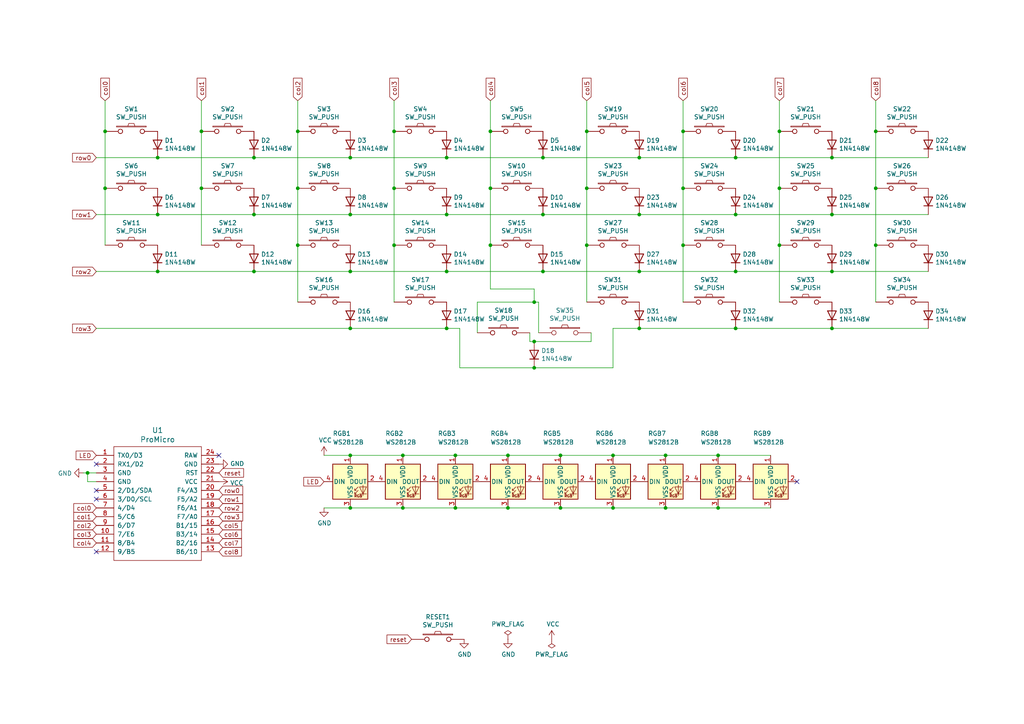
<source format=kicad_sch>
(kicad_sch (version 20230121) (generator eeschema)
  (paper "A4")
  (title_block (title "REVIUNG34") (date "2021-03-17") (rev "1"))
  (lib_symbols
    (symbol "Diode:1N4148W" (pin_numbers hide) (pin_names hide)
      (property "Reference" "D" (at 0 2.54 0))
      (property "Value" "1N4148W" (at 0 -2.54 0))
      (symbol "1N4148W_0_1"
        (polyline (pts (xy -1.27 1.27) (xy -1.27 -1.27)) (stroke (width 0.254)))
        (polyline (pts (xy 1.27 0) (xy -1.27 0)))
        (polyline (pts (xy 1.27 1.27) (xy 1.27 -1.27) (xy -1.27 0) (xy 1.27 1.27)) (stroke (width 0.254)))
      )
      (symbol "1N4148W_1_1"
        (pin passive line (at -3.81 0 0) (length 2.54) (name "K") (number "1"))
        (pin passive line (at 3.81 0 180) (length 2.54) (name "A") (number "2"))
      )
    )
    (symbol "LED:WS2812B" (pin_names (offset 0.254))
      (property "Reference" "D" (at 5.08 5.715 0))
      (property "Value" "WS2812B" (at 1.27 -5.715 0))
      (symbol "WS2812B_0_0"
        (text "RGB" (at 2.286 -4.191 0) (effects (font (size 0.762 0.762))))
      )
      (symbol "WS2812B_0_1"
        (polyline (pts (xy 1.27 -3.556) (xy 1.778 -3.556)))
        (polyline (pts (xy 1.27 -2.54) (xy 1.778 -2.54)))
        (polyline (pts (xy 4.699 -3.556) (xy 2.667 -3.556)))
        (polyline (pts (xy 2.286 -2.54) (xy 1.27 -3.556) (xy 1.27 -3.048)))
        (polyline (pts (xy 2.286 -1.524) (xy 1.27 -2.54) (xy 1.27 -2.032)))
        (polyline (pts (xy 3.683 -1.016) (xy 3.683 -3.556) (xy 3.683 -4.064)))
        (polyline (pts (xy 4.699 -1.524) (xy 2.667 -1.524) (xy 3.683 -3.556) (xy 4.699 -1.524)))
        (rectangle (start 5.08 5.08) (end -5.08 -5.08) (stroke (width 0.254)) (fill (type background)))
      )
      (symbol "WS2812B_1_1"
        (pin power_in line (at 0 7.62 270) (length 2.54) (name "VDD") (number "1"))
        (pin output line (at 7.62 0 180) (length 2.54) (name "DOUT") (number "2"))
        (pin power_in line (at 0 -7.62 90) (length 2.54) (name "VSS") (number "3"))
        (pin input line (at -7.62 0 0) (length 2.54) (name "DIN") (number "4"))
      )
    )
    (symbol "power:GND" (power) (pin_names (offset 0))
      (property "Value" "GND" (at 0 -3.81 0))
      (symbol "GND_0_1"
        (polyline (pts (xy 0 0) (xy 0 -1.27) (xy 1.27 -1.27) (xy 0 -2.54) (xy -1.27 -1.27) (xy 0 -1.27)))
      )
      (symbol "GND_1_1"
        (pin power_in line (at 0 0 270) (length 0) hide (name "GND") (number "1"))
      )
    )
    (symbol "power:PWR_FLAG" (power) (pin_numbers hide) (pin_names (offset 0) hide)
      (property "Value" "PWR_FLAG" (at 0 3.81 0))
      (symbol "PWR_FLAG_0_0"
        (pin power_out line (at 0 0 90) (length 0) (name "pwr") (number "1"))
      )
      (symbol "PWR_FLAG_0_1"
        (polyline (pts (xy 0 0) (xy 0 1.27) (xy -1.016 1.905) (xy 0 2.54) (xy 1.016 1.905) (xy 0 1.27)))
      )
    )
    (symbol "power:VCC" (power) (pin_names (offset 0))
      (property "Value" "VCC" (at 0 3.81 0))
      (symbol "VCC_0_1"
        (polyline (pts (xy -0.762 1.27) (xy 0 2.54)))
        (polyline (pts (xy 0 0) (xy 0 2.54)))
        (polyline (pts (xy 0 2.54) (xy 0.762 1.27)))
      )
      (symbol "VCC_1_1"
        (pin power_in line (at 0 0 90) (length 0) hide (name "VCC") (number "1"))
      )
    )
    (symbol "reviung34-rescue:ProMicro-_reviung-kbd" (pin_names (offset 1.016))
      (property "Reference" "U" (at 0 24.13 0))
      (property "Value" "_reviung-kbd_ProMicro" (at 0 -13.97 0))
      (symbol "ProMicro-_reviung-kbd_0_1"
        (rectangle (start -12.7 21.59) (end 12.7 -11.43))
      )
      (symbol "ProMicro-_reviung-kbd_1_1"
        (pin bidirectional line (at -17.78 19.05 0) (length 5.08) (name "TX0/D3") (number "1"))
        (pin bidirectional line (at -17.78 -3.81 0) (length 5.08) (name "7/E6") (number "10"))
        (pin bidirectional line (at -17.78 -6.35 0) (length 5.08) (name "8/B4") (number "11"))
        (pin bidirectional line (at -17.78 -8.89 0) (length 5.08) (name "9/B5") (number "12"))
        (pin bidirectional line (at 17.78 -8.89 180) (length 5.08) (name "B6/10") (number "13"))
        (pin bidirectional line (at 17.78 -6.35 180) (length 5.08) (name "B2/16") (number "14"))
        (pin bidirectional line (at 17.78 -3.81 180) (length 5.08) (name "B3/14") (number "15"))
        (pin bidirectional line (at 17.78 -1.27 180) (length 5.08) (name "B1/15") (number "16"))
        (pin bidirectional line (at 17.78 1.27 180) (length 5.08) (name "F7/A0") (number "17"))
        (pin bidirectional line (at 17.78 3.81 180) (length 5.08) (name "F6/A1") (number "18"))
        (pin bidirectional line (at 17.78 6.35 180) (length 5.08) (name "F5/A2") (number "19"))
        (pin bidirectional line (at -17.78 16.51 0) (length 5.08) (name "RX1/D2") (number "2"))
        (pin bidirectional line (at 17.78 8.89 180) (length 5.08) (name "F4/A3") (number "20"))
        (pin power_in line (at 17.78 11.43 180) (length 5.08) (name "VCC") (number "21"))
        (pin input line (at 17.78 13.97 180) (length 5.08) (name "RST") (number "22"))
        (pin power_in line (at 17.78 16.51 180) (length 5.08) (name "GND") (number "23"))
        (pin power_out line (at 17.78 19.05 180) (length 5.08) (name "RAW") (number "24"))
        (pin power_in line (at -17.78 13.97 0) (length 5.08) (name "GND") (number "3"))
        (pin power_in line (at -17.78 11.43 0) (length 5.08) (name "GND") (number "4"))
        (pin bidirectional line (at -17.78 8.89 0) (length 5.08) (name "2/D1/SDA") (number "5"))
        (pin bidirectional line (at -17.78 6.35 0) (length 5.08) (name "3/D0/SCL") (number "6"))
        (pin bidirectional line (at -17.78 3.81 0) (length 5.08) (name "4/D4") (number "7"))
        (pin bidirectional line (at -17.78 1.27 0) (length 5.08) (name "5/C6") (number "8"))
        (pin bidirectional line (at -17.78 -1.27 0) (length 5.08) (name "6/D7") (number "9"))
      )
    )
    (symbol "reviung34-rescue:SW_PUSH-_reviung-kbd" (pin_numbers hide) (pin_names (offset 1.016) hide)
      (property "Reference" "SW" (at 3.81 2.794 0))
      (property "Value" "_reviung-kbd_SW_PUSH" (at 0 -2.032 0))
      (symbol "SW_PUSH-_reviung-kbd_0_1"
        (rectangle (start -4.318 1.27) (end 4.318 1.524))
        (polyline (pts (xy -1.016 1.524) (xy -0.762 2.286) (xy 0.762 2.286) (xy 1.016 1.524)))
        (pin passive inverted (at -7.62 0 0) (length 5.08) (name "1") (number "1"))
        (pin passive inverted (at 7.62 0 180) (length 5.08) (name "2") (number "2"))
      )
    )
  )
  (junction (at 157.48 78.74))
  (junction (at 129.54 78.74))
  (junction (at 101.6 78.74))
  (junction (at 114.3 71.12))
  (junction (at 198.12 54.61))
  (junction (at 129.54 62.23))
  (junction (at 213.36 62.23))
  (junction (at 116.84 132.08))
  (junction (at 193.04 132.08))
  (junction (at 213.36 78.74))
  (junction (at 198.12 38.1))
  (junction (at 185.42 78.74))
  (junction (at 58.42 38.1))
  (junction (at 170.18 54.61))
  (junction (at 129.54 45.72))
  (junction (at 73.66 62.23))
  (junction (at 226.06 38.1))
  (junction (at 114.3 38.1))
  (junction (at 25.4 137.16))
  (junction (at 154.94 87.63))
  (junction (at 142.24 38.1))
  (junction (at 45.72 62.23))
  (junction (at 114.3 54.61))
  (junction (at 86.36 38.1))
  (junction (at 30.48 38.1))
  (junction (at 129.54 95.25))
  (junction (at 208.28 147.32))
  (junction (at 162.56 132.08))
  (junction (at 101.6 45.72))
  (junction (at 142.24 71.12))
  (junction (at 170.18 38.1))
  (junction (at 254 54.61))
  (junction (at 101.6 147.32))
  (junction (at 101.6 62.23))
  (junction (at 254 38.1))
  (junction (at 73.66 45.72))
  (junction (at 213.36 95.25))
  (junction (at 147.32 132.08))
  (junction (at 177.8 147.32))
  (junction (at 58.42 54.61))
  (junction (at 241.3 45.72))
  (junction (at 241.3 95.25))
  (junction (at 86.36 54.61))
  (junction (at 213.36 45.72))
  (junction (at 157.48 45.72))
  (junction (at 154.94 99.06))
  (junction (at 177.8 132.08))
  (junction (at 193.04 147.32))
  (junction (at 154.94 106.68))
  (junction (at 198.12 71.12))
  (junction (at 147.32 147.32))
  (junction (at 101.6 132.08))
  (junction (at 45.72 45.72))
  (junction (at 185.42 45.72))
  (junction (at 116.84 147.32))
  (junction (at 226.06 54.61))
  (junction (at 241.3 62.23))
  (junction (at 30.48 54.61))
  (junction (at 185.42 95.25))
  (junction (at 101.6 95.25))
  (junction (at 132.08 132.08))
  (junction (at 132.08 147.32))
  (junction (at 157.48 62.23))
  (junction (at 45.72 78.74))
  (junction (at 241.3 78.74))
  (junction (at 162.56 147.32))
  (junction (at 170.18 71.12))
  (junction (at 185.42 62.23))
  (junction (at 226.06 71.12))
  (junction (at 142.24 54.61))
  (junction (at 254 71.12))
  (junction (at 86.36 71.12))
  (junction (at 73.66 78.74))
  (junction (at 208.28 132.08))
  (no_connect (at 27.94 160.02))
  (no_connect (at 27.94 134.62))
  (no_connect (at 27.94 142.24))
  (no_connect (at 63.5 132.08))
  (no_connect (at 231.14 139.7))
  (no_connect (at 27.94 144.78))
  (wire (pts (xy 254 29.21) (xy 254 38.1)))
  (wire (pts (xy 226.06 38.1) (xy 226.06 54.61)))
  (wire (pts (xy 86.36 54.61) (xy 86.36 71.12)))
  (wire (pts (xy 133.35 95.25) (xy 129.54 95.25)))
  (wire (pts (xy 45.72 45.72) (xy 73.66 45.72)))
  (wire (pts (xy 208.28 132.08) (xy 193.04 132.08)))
  (wire (pts (xy 101.6 45.72) (xy 129.54 45.72)))
  (wire (pts (xy 213.36 78.74) (xy 241.3 78.74)))
  (wire (pts (xy 170.18 71.12) (xy 170.18 87.63)))
  (wire (pts (xy 223.52 147.32) (xy 208.28 147.32)))
  (wire (pts (xy 185.42 95.25) (xy 177.8 95.25)))
  (wire (pts (xy 142.24 71.12) (xy 142.24 83.82)))
  (wire (pts (xy 153.67 96.52) (xy 153.67 99.06)))
  (wire (pts (xy 30.48 29.21) (xy 30.48 38.1)))
  (wire (pts (xy 142.24 29.21) (xy 142.24 38.1)))
  (wire (pts (xy 86.36 29.21) (xy 86.36 38.1)))
  (wire (pts (xy 226.06 29.21) (xy 226.06 38.1)))
  (wire (pts (xy 226.06 54.61) (xy 226.06 71.12)))
  (wire (pts (xy 101.6 62.23) (xy 73.66 62.23)))
  (wire (pts (xy 142.24 38.1) (xy 142.24 54.61)))
  (wire (pts (xy 114.3 38.1) (xy 114.3 54.61)))
  (wire (pts (xy 185.42 45.72) (xy 213.36 45.72)))
  (wire (pts (xy 129.54 45.72) (xy 157.48 45.72)))
  (wire (pts (xy 142.24 54.61) (xy 142.24 71.12)))
  (wire (pts (xy 114.3 54.61) (xy 114.3 71.12)))
  (wire (pts (xy 170.18 38.1) (xy 170.18 54.61)))
  (wire (pts (xy 132.08 147.32) (xy 116.84 147.32)))
  (wire (pts (xy 213.36 45.72) (xy 241.3 45.72)))
  (wire (pts (xy 142.24 83.82) (xy 154.94 83.82)))
  (wire (pts (xy 198.12 38.1) (xy 198.12 54.61)))
  (wire (pts (xy 30.48 38.1) (xy 30.48 54.61)))
  (wire (pts (xy 157.48 45.72) (xy 185.42 45.72)))
  (wire (pts (xy 58.42 38.1) (xy 58.42 54.61)))
  (wire (pts (xy 156.21 87.63) (xy 156.21 96.52)))
  (wire (pts (xy 114.3 29.21) (xy 114.3 38.1)))
  (wire (pts (xy 226.06 71.12) (xy 226.06 87.63)))
  (wire (pts (xy 254 38.1) (xy 254 54.61)))
  (wire (pts (xy 25.4 137.16) (xy 24.13 137.16)))
  (wire (pts (xy 177.8 147.32) (xy 162.56 147.32)))
  (wire (pts (xy 241.3 45.72) (xy 269.24 45.72)))
  (wire (pts (xy 129.54 95.25) (xy 101.6 95.25)))
  (wire (pts (xy 241.3 95.25) (xy 213.36 95.25)))
  (wire (pts (xy 138.43 87.63) (xy 138.43 96.52)))
  (wire (pts (xy 193.04 132.08) (xy 177.8 132.08)))
  (wire (pts (xy 101.6 147.32) (xy 93.98 147.32)))
  (wire (pts (xy 171.45 99.06) (xy 154.94 99.06)))
  (wire (pts (xy 177.8 95.25) (xy 177.8 106.68)))
  (wire (pts (xy 114.3 71.12) (xy 114.3 87.63)))
  (wire (pts (xy 154.94 87.63) (xy 156.21 87.63)))
  (wire (pts (xy 193.04 147.32) (xy 177.8 147.32)))
  (wire (pts (xy 185.42 62.23) (xy 157.48 62.23)))
  (wire (pts (xy 269.24 62.23) (xy 241.3 62.23)))
  (wire (pts (xy 86.36 71.12) (xy 86.36 87.63)))
  (wire (pts (xy 73.66 78.74) (xy 101.6 78.74)))
  (wire (pts (xy 185.42 78.74) (xy 213.36 78.74)))
  (wire (pts (xy 198.12 54.61) (xy 198.12 71.12)))
  (wire (pts (xy 170.18 54.61) (xy 170.18 71.12)))
  (wire (pts (xy 101.6 78.74) (xy 129.54 78.74)))
  (wire (pts (xy 153.67 99.06) (xy 154.94 99.06)))
  (wire (pts (xy 58.42 54.61) (xy 58.42 71.12)))
  (wire (pts (xy 45.72 62.23) (xy 27.94 62.23)))
  (wire (pts (xy 208.28 147.32) (xy 193.04 147.32)))
  (wire (pts (xy 254 54.61) (xy 254 71.12)))
  (wire (pts (xy 198.12 71.12) (xy 198.12 87.63)))
  (wire (pts (xy 198.12 29.21) (xy 198.12 38.1)))
  (wire (pts (xy 27.94 139.7) (xy 25.4 139.7)))
  (wire (pts (xy 269.24 95.25) (xy 241.3 95.25)))
  (wire (pts (xy 177.8 106.68) (xy 154.94 106.68)))
  (wire (pts (xy 177.8 132.08) (xy 162.56 132.08)))
  (wire (pts (xy 170.18 29.21) (xy 170.18 38.1)))
  (wire (pts (xy 154.94 87.63) (xy 138.43 87.63)))
  (wire (pts (xy 129.54 78.74) (xy 157.48 78.74)))
  (wire (pts (xy 73.66 62.23) (xy 45.72 62.23)))
  (wire (pts (xy 129.54 62.23) (xy 101.6 62.23)))
  (wire (pts (xy 101.6 95.25) (xy 27.94 95.25)))
  (wire (pts (xy 147.32 147.32) (xy 132.08 147.32)))
  (wire (pts (xy 73.66 45.72) (xy 101.6 45.72)))
  (wire (pts (xy 101.6 132.08) (xy 93.98 132.08)))
  (wire (pts (xy 157.48 62.23) (xy 129.54 62.23)))
  (wire (pts (xy 45.72 78.74) (xy 73.66 78.74)))
  (wire (pts (xy 133.35 106.68) (xy 133.35 95.25)))
  (wire (pts (xy 27.94 137.16) (xy 25.4 137.16)))
  (wire (pts (xy 254 71.12) (xy 254 87.63)))
  (wire (pts (xy 223.52 132.08) (xy 208.28 132.08)))
  (wire (pts (xy 162.56 147.32) (xy 147.32 147.32)))
  (wire (pts (xy 132.08 132.08) (xy 116.84 132.08)))
  (wire (pts (xy 30.48 54.61) (xy 30.48 71.12)))
  (wire (pts (xy 27.94 78.74) (xy 45.72 78.74)))
  (wire (pts (xy 241.3 62.23) (xy 213.36 62.23)))
  (wire (pts (xy 154.94 106.68) (xy 133.35 106.68)))
  (wire (pts (xy 116.84 147.32) (xy 101.6 147.32)))
  (wire (pts (xy 213.36 62.23) (xy 185.42 62.23)))
  (wire (pts (xy 58.42 29.21) (xy 58.42 38.1)))
  (wire (pts (xy 241.3 78.74) (xy 269.24 78.74)))
  (wire (pts (xy 162.56 132.08) (xy 147.32 132.08)))
  (wire (pts (xy 25.4 139.7) (xy 25.4 137.16)))
  (wire (pts (xy 157.48 78.74) (xy 185.42 78.74)))
  (wire (pts (xy 154.94 83.82) (xy 154.94 87.63)))
  (wire (pts (xy 86.36 38.1) (xy 86.36 54.61)))
  (wire (pts (xy 27.94 45.72) (xy 45.72 45.72)))
  (wire (pts (xy 147.32 132.08) (xy 132.08 132.08)))
  (wire (pts (xy 213.36 95.25) (xy 185.42 95.25)))
  (wire (pts (xy 116.84 132.08) (xy 101.6 132.08)))
  (wire (pts (xy 171.45 96.52) (xy 171.45 99.06)))
  (global_label "col3" (shape input) (at 114.3 29.21 90) (property "Intersheetrefs" "${INTERSHEET_REFS}" (effects hide)))
  (global_label "col6" (shape input) (at 63.5 154.94 0) (property "Intersheetrefs" "${INTERSHEET_REFS}" (effects hide)))
  (global_label "LED" (shape input) (at 27.94 132.08 180) (property "Intersheetrefs" "${INTERSHEET_REFS}" (effects hide)))
  (global_label "col7" (shape input) (at 63.5 157.48 0) (property "Intersheetrefs" "${INTERSHEET_REFS}" (effects hide)))
  (global_label "row0" (shape input) (at 63.5 142.24 0) (property "Intersheetrefs" "${INTERSHEET_REFS}" (effects hide)))
  (global_label "row3" (shape input) (at 27.94 95.25 180) (property "Intersheetrefs" "${INTERSHEET_REFS}" (effects hide)))
  (global_label "row2" (shape input) (at 63.5 147.32 0) (property "Intersheetrefs" "${INTERSHEET_REFS}" (effects hide)))
  (global_label "LED" (shape input) (at 93.98 139.7 180) (property "Intersheetrefs" "${INTERSHEET_REFS}" (effects hide)))
  (global_label "col1" (shape input) (at 58.42 29.21 90) (property "Intersheetrefs" "${INTERSHEET_REFS}" (effects hide)))
  (global_label "reset" (shape input) (at 119.38 185.42 180) (property "Intersheetrefs" "${INTERSHEET_REFS}" (effects hide)))
  (global_label "col8" (shape input) (at 63.5 160.02 0) (property "Intersheetrefs" "${INTERSHEET_REFS}" (effects hide)))
  (global_label "col7" (shape input) (at 226.06 29.21 90) (property "Intersheetrefs" "${INTERSHEET_REFS}" (effects hide)))
  (global_label "col2" (shape input) (at 27.94 152.4 180) (property "Intersheetrefs" "${INTERSHEET_REFS}" (effects hide)))
  (global_label "col0" (shape input) (at 27.94 147.32 180) (property "Intersheetrefs" "${INTERSHEET_REFS}" (effects hide)))
  (global_label "col6" (shape input) (at 198.12 29.21 90) (property "Intersheetrefs" "${INTERSHEET_REFS}" (effects hide)))
  (global_label "col0" (shape input) (at 30.48 29.21 90) (property "Intersheetrefs" "${INTERSHEET_REFS}" (effects hide)))
  (global_label "reset" (shape input) (at 63.5 137.16 0) (property "Intersheetrefs" "${INTERSHEET_REFS}" (effects hide)))
  (global_label "col1" (shape input) (at 27.94 149.86 180) (property "Intersheetrefs" "${INTERSHEET_REFS}" (effects hide)))
  (global_label "row0" (shape input) (at 27.94 45.72 180) (property "Intersheetrefs" "${INTERSHEET_REFS}" (effects hide)))
  (global_label "col4" (shape input) (at 142.24 29.21 90) (property "Intersheetrefs" "${INTERSHEET_REFS}" (effects hide)))
  (global_label "row1" (shape input) (at 63.5 144.78 0) (property "Intersheetrefs" "${INTERSHEET_REFS}" (effects hide)))
  (global_label "row1" (shape input) (at 27.94 62.23 180) (property "Intersheetrefs" "${INTERSHEET_REFS}" (effects hide)))
  (global_label "col5" (shape input) (at 63.5 152.4 0) (property "Intersheetrefs" "${INTERSHEET_REFS}" (effects hide)))
  (global_label "col4" (shape input) (at 27.94 157.48 180) (property "Intersheetrefs" "${INTERSHEET_REFS}" (effects hide)))
  (global_label "row3" (shape input) (at 63.5 149.86 0) (property "Intersheetrefs" "${INTERSHEET_REFS}" (effects hide)))
  (global_label "col5" (shape input) (at 170.18 29.21 90) (property "Intersheetrefs" "${INTERSHEET_REFS}" (effects hide)))
  (global_label "col8" (shape input) (at 254 29.21 90) (property "Intersheetrefs" "${INTERSHEET_REFS}" (effects hide)))
  (global_label "col2" (shape input) (at 86.36 29.21 90) (property "Intersheetrefs" "${INTERSHEET_REFS}" (effects hide)))
  (global_label "col3" (shape input) (at 27.94 154.94 180) (property "Intersheetrefs" "${INTERSHEET_REFS}" (effects hide)))
  (global_label "row2" (shape input) (at 27.94 78.74 180) (property "Intersheetrefs" "${INTERSHEET_REFS}" (effects hide)))
  (symbol (lib_id "power:GND") (at 147.32 185.42 0) (unit 1)
    (property "Reference" "#PWR06" (effects hide))
    (property "Value" "GND" (at 147.447 189.8142 0))
  )
  (symbol (lib_id "power:PWR_FLAG") (at 147.32 185.42 0) (unit 1)
    (property "Reference" "#FLG01" (effects hide))
    (property "Value" "PWR_FLAG" (at 147.32 181.0258 0))
  )
  (symbol (lib_id "power:VCC") (at 160.02 185.42 0) (unit 1)
    (property "Reference" "#PWR07" (effects hide))
    (property "Value" "VCC" (at 160.401 181.0258 0))
  )
  (symbol (lib_id "power:PWR_FLAG") (at 160.02 185.42 180) (unit 1)
    (property "Reference" "#FLG02" (effects hide))
    (property "Value" "PWR_FLAG" (at 160.02 189.8142 0))
  )
  (symbol (lib_id "reviung34-rescue:ProMicro-_reviung-kbd") (at 45.72 151.13 0) (unit 1)
    (property "Reference" "U1" (at 45.72 124.7902 0) (effects (font (size 1.524 1.524))))
    (property "Value" "ProMicro" (at 45.72 127.4826 0) (effects (font (size 1.524 1.524))))
    (property "Footprint" "_reviung-kbd:ProMicro" (effects hide))
  )
  (symbol (lib_id "power:VCC") (at 63.5 139.7 270) (unit 1)
    (property "Reference" "#PWR05" (effects hide))
    (property "Value" "VCC" (at 66.7512 140.081 90) (effects (justify left)))
  )
  (symbol (lib_id "power:GND") (at 63.5 134.62 90) (unit 1)
    (property "Reference" "#PWR02" (effects hide))
    (property "Value" "GND" (at 66.7512 134.493 90) (effects (justify right)))
  )
  (symbol (lib_id "power:GND") (at 24.13 137.16 270) (unit 1)
    (property "Reference" "#PWR03" (effects hide))
    (property "Value" "GND" (at 20.8788 137.287 90) (effects (justify right)))
  )
  (symbol (lib_id "reviung34-rescue:SW_PUSH-_reviung-kbd") (at 127 185.42 0) (unit 1)
    (property "Reference" "RESET1" (at 127 178.943 0))
    (property "Value" "SW_PUSH" (at 127 181.2544 0))
    (property "Footprint" "_reviung-kbd:ResetSW_1side" (effects hide))
  )
  (symbol (lib_id "power:GND") (at 134.62 185.42 0) (unit 1)
    (property "Reference" "#PWR08" (effects hide))
    (property "Value" "GND" (at 134.747 189.8142 0))
  )
  (symbol (lib_id "LED:WS2812B") (at 101.6 139.7 0) (unit 1)
    (property "Reference" "RGB1" (at 96.52 125.73 0) (effects (justify left)))
    (property "Value" "WS2812B" (at 96.52 128.27 0) (effects (justify left)))
    (property "Footprint" "_reviung-kbd:LED_WS2812B_PLCC4_5.0x5.0mm_P3.2mm" (effects hide))
    (property "Datasheet" "https://cdn-shop.adafruit.com/datasheets/WS2812B.pdf" (effects hide))
  )
  (symbol (lib_id "LED:WS2812B") (at 116.84 139.7 0) (unit 1)
    (property "Reference" "RGB2" (at 111.76 125.73 0) (effects (justify left)))
    (property "Value" "WS2812B" (at 111.76 128.27 0) (effects (justify left)))
    (property "Footprint" "_reviung-kbd:LED_WS2812B_PLCC4_5.0x5.0mm_P3.2mm" (effects hide))
    (property "Datasheet" "https://cdn-shop.adafruit.com/datasheets/WS2812B.pdf" (effects hide))
  )
  (symbol (lib_id "LED:WS2812B") (at 132.08 139.7 0) (unit 1)
    (property "Reference" "RGB3" (at 127 125.73 0) (effects (justify left)))
    (property "Value" "WS2812B" (at 127 128.27 0) (effects (justify left)))
    (property "Footprint" "_reviung-kbd:LED_WS2812B_PLCC4_5.0x5.0mm_P3.2mm" (effects hide))
    (property "Datasheet" "https://cdn-shop.adafruit.com/datasheets/WS2812B.pdf" (effects hide))
  )
  (symbol (lib_id "LED:WS2812B") (at 147.32 139.7 0) (unit 1)
    (property "Reference" "RGB4" (at 142.24 125.73 0) (effects (justify left)))
    (property "Value" "WS2812B" (at 142.24 128.27 0) (effects (justify left)))
    (property "Footprint" "_reviung-kbd:LED_WS2812B_PLCC4_5.0x5.0mm_P3.2mm" (effects hide))
    (property "Datasheet" "https://cdn-shop.adafruit.com/datasheets/WS2812B.pdf" (effects hide))
  )
  (symbol (lib_id "LED:WS2812B") (at 162.56 139.7 0) (unit 1)
    (property "Reference" "RGB5" (at 157.48 125.73 0) (effects (justify left)))
    (property "Value" "WS2812B" (at 157.48 128.27 0) (effects (justify left)))
    (property "Footprint" "_reviung-kbd:LED_WS2812B_PLCC4_5.0x5.0mm_P3.2mm" (effects hide))
    (property "Datasheet" "https://cdn-shop.adafruit.com/datasheets/WS2812B.pdf" (effects hide))
  )
  (symbol (lib_id "LED:WS2812B") (at 177.8 139.7 0) (unit 1)
    (property "Reference" "RGB6" (at 172.72 125.73 0) (effects (justify left)))
    (property "Value" "WS2812B" (at 172.72 128.27 0) (effects (justify left)))
    (property "Footprint" "_reviung-kbd:LED_WS2812B_PLCC4_5.0x5.0mm_P3.2mm" (effects hide))
    (property "Datasheet" "https://cdn-shop.adafruit.com/datasheets/WS2812B.pdf" (effects hide))
  )
  (symbol (lib_id "LED:WS2812B") (at 193.04 139.7 0) (unit 1)
    (property "Reference" "RGB7" (at 187.96 125.73 0) (effects (justify left)))
    (property "Value" "WS2812B" (at 187.96 128.27 0) (effects (justify left)))
    (property "Footprint" "_reviung-kbd:LED_WS2812B_PLCC4_5.0x5.0mm_P3.2mm" (effects hide))
    (property "Datasheet" "https://cdn-shop.adafruit.com/datasheets/WS2812B.pdf" (effects hide))
  )
  (symbol (lib_id "LED:WS2812B") (at 208.28 139.7 0) (unit 1)
    (property "Reference" "RGB8" (at 203.2 125.73 0) (effects (justify left)))
    (property "Value" "WS2812B" (at 203.2 128.27 0) (effects (justify left)))
    (property "Footprint" "_reviung-kbd:LED_WS2812B_PLCC4_5.0x5.0mm_P3.2mm" (effects hide))
    (property "Datasheet" "https://cdn-shop.adafruit.com/datasheets/WS2812B.pdf" (effects hide))
  )
  (symbol (lib_id "LED:WS2812B") (at 223.52 139.7 0) (unit 1)
    (property "Reference" "RGB9" (at 218.44 125.73 0) (effects (justify left)))
    (property "Value" "WS2812B" (at 218.44 128.27 0) (effects (justify left)))
    (property "Footprint" "_reviung-kbd:LED_WS2812B_PLCC4_5.0x5.0mm_P3.2mm" (effects hide))
    (property "Datasheet" "https://cdn-shop.adafruit.com/datasheets/WS2812B.pdf" (effects hide))
  )
  (symbol (lib_id "power:VCC") (at 93.98 132.08 0) (unit 1)
    (property "Reference" "#PWR01" (effects hide))
    (property "Value" "VCC" (at 94.361 127.6858 0))
  )
  (symbol (lib_id "power:GND") (at 93.98 147.32 0) (unit 1)
    (property "Reference" "#PWR04" (effects hide))
    (property "Value" "GND" (at 94.107 151.7142 0))
  )
  (symbol (lib_id "reviung34-rescue:SW_PUSH-_reviung-kbd") (at 38.1 38.1 0) (unit 1)
    (property "Reference" "SW1" (at 38.1 31.623 0))
    (property "Value" "SW_PUSH" (at 38.1 33.9344 0))
    (property "Footprint" "_reviung-kbd:MXOnly-1U-NoLED" (effects hide))
  )
  (symbol (lib_id "Diode:1N4148W") (at 45.72 41.91 90) (unit 1)
    (property "Reference" "D1" (at 47.752 40.7416 90) (effects (justify right)))
    (property "Value" "1N4148W" (at 47.752 43.053 90) (effects (justify right)))
    (property "Footprint" "_reviung-kbd:D3_SMD_1side" (effects hide))
    (property "Datasheet" "https://www.vishay.com/docs/85748/1n4148w.pdf" (effects hide))
  )
  (symbol (lib_id "reviung34-rescue:SW_PUSH-_reviung-kbd") (at 38.1 54.61 0) (unit 1)
    (property "Reference" "SW6" (at 38.1 48.133 0))
    (property "Value" "SW_PUSH" (at 38.1 50.4444 0))
    (property "Footprint" "_reviung-kbd:MXOnly-1U-NoLED" (effects hide))
  )
  (symbol (lib_id "Diode:1N4148W") (at 45.72 58.42 90) (unit 1)
    (property "Reference" "D6" (at 47.752 57.2516 90) (effects (justify right)))
    (property "Value" "1N4148W" (at 47.752 59.563 90) (effects (justify right)))
    (property "Footprint" "_reviung-kbd:D3_SMD_1side" (effects hide))
    (property "Datasheet" "https://www.vishay.com/docs/85748/1n4148w.pdf" (effects hide))
  )
  (symbol (lib_id "reviung34-rescue:SW_PUSH-_reviung-kbd") (at 38.1 71.12 0) (unit 1)
    (property "Reference" "SW11" (at 38.1 64.643 0))
    (property "Value" "SW_PUSH" (at 38.1 66.9544 0))
    (property "Footprint" "_reviung-kbd:MXOnly-1U-NoLED" (effects hide))
  )
  (symbol (lib_id "Diode:1N4148W") (at 45.72 74.93 90) (unit 1)
    (property "Reference" "D11" (at 47.752 73.7616 90) (effects (justify right)))
    (property "Value" "1N4148W" (at 47.752 76.073 90) (effects (justify right)))
    (property "Footprint" "_reviung-kbd:D3_SMD_1side" (effects hide))
    (property "Datasheet" "https://www.vishay.com/docs/85748/1n4148w.pdf" (effects hide))
  )
  (symbol (lib_id "reviung34-rescue:SW_PUSH-_reviung-kbd") (at 66.04 38.1 0) (unit 1)
    (property "Reference" "SW2" (at 66.04 31.623 0))
    (property "Value" "SW_PUSH" (at 66.04 33.9344 0))
    (property "Footprint" "_reviung-kbd:MXOnly-1U-NoLED" (effects hide))
  )
  (symbol (lib_id "Diode:1N4148W") (at 73.66 41.91 90) (unit 1)
    (property "Reference" "D2" (at 75.692 40.7416 90) (effects (justify right)))
    (property "Value" "1N4148W" (at 75.692 43.053 90) (effects (justify right)))
    (property "Footprint" "_reviung-kbd:D3_SMD_1side" (effects hide))
    (property "Datasheet" "https://www.vishay.com/docs/85748/1n4148w.pdf" (effects hide))
  )
  (symbol (lib_id "reviung34-rescue:SW_PUSH-_reviung-kbd") (at 66.04 54.61 0) (unit 1)
    (property "Reference" "SW7" (at 66.04 48.133 0))
    (property "Value" "SW_PUSH" (at 66.04 50.4444 0))
    (property "Footprint" "_reviung-kbd:MXOnly-1U-NoLED" (effects hide))
  )
  (symbol (lib_id "Diode:1N4148W") (at 73.66 58.42 90) (unit 1)
    (property "Reference" "D7" (at 75.692 57.2516 90) (effects (justify right)))
    (property "Value" "1N4148W" (at 75.692 59.563 90) (effects (justify right)))
    (property "Footprint" "_reviung-kbd:D3_SMD_1side" (effects hide))
    (property "Datasheet" "https://www.vishay.com/docs/85748/1n4148w.pdf" (effects hide))
  )
  (symbol (lib_id "reviung34-rescue:SW_PUSH-_reviung-kbd") (at 66.04 71.12 0) (unit 1)
    (property "Reference" "SW12" (at 66.04 64.643 0))
    (property "Value" "SW_PUSH" (at 66.04 66.9544 0))
    (property "Footprint" "_reviung-kbd:MXOnly-1U-NoLED" (effects hide))
  )
  (symbol (lib_id "Diode:1N4148W") (at 73.66 74.93 90) (unit 1)
    (property "Reference" "D12" (at 75.692 73.7616 90) (effects (justify right)))
    (property "Value" "1N4148W" (at 75.692 76.073 90) (effects (justify right)))
    (property "Footprint" "_reviung-kbd:D3_SMD_1side" (effects hide))
    (property "Datasheet" "https://www.vishay.com/docs/85748/1n4148w.pdf" (effects hide))
  )
  (symbol (lib_id "reviung34-rescue:SW_PUSH-_reviung-kbd") (at 93.98 38.1 0) (unit 1)
    (property "Reference" "SW3" (at 93.98 31.623 0))
    (property "Value" "SW_PUSH" (at 93.98 33.9344 0))
    (property "Footprint" "_reviung-kbd:MXOnly-1U-NoLED" (effects hide))
  )
  (symbol (lib_id "Diode:1N4148W") (at 101.6 41.91 90) (unit 1)
    (property "Reference" "D3" (at 103.632 40.7416 90) (effects (justify right)))
    (property "Value" "1N4148W" (at 103.632 43.053 90) (effects (justify right)))
    (property "Footprint" "_reviung-kbd:D3_SMD_1side" (effects hide))
    (property "Datasheet" "https://www.vishay.com/docs/85748/1n4148w.pdf" (effects hide))
  )
  (symbol (lib_id "reviung34-rescue:SW_PUSH-_reviung-kbd") (at 93.98 54.61 0) (unit 1)
    (property "Reference" "SW8" (at 93.98 48.133 0))
    (property "Value" "SW_PUSH" (at 93.98 50.4444 0))
    (property "Footprint" "_reviung-kbd:MXOnly-1U-NoLED" (effects hide))
  )
  (symbol (lib_id "Diode:1N4148W") (at 101.6 58.42 90) (unit 1)
    (property "Reference" "D8" (at 103.632 57.2516 90) (effects (justify right)))
    (property "Value" "1N4148W" (at 103.632 59.563 90) (effects (justify right)))
    (property "Footprint" "_reviung-kbd:D3_SMD_1side" (effects hide))
    (property "Datasheet" "https://www.vishay.com/docs/85748/1n4148w.pdf" (effects hide))
  )
  (symbol (lib_id "reviung34-rescue:SW_PUSH-_reviung-kbd") (at 93.98 71.12 0) (unit 1)
    (property "Reference" "SW13" (at 93.98 64.643 0))
    (property "Value" "SW_PUSH" (at 93.98 66.9544 0))
    (property "Footprint" "_reviung-kbd:MXOnly-1U-NoLED" (effects hide))
  )
  (symbol (lib_id "Diode:1N4148W") (at 101.6 74.93 90) (unit 1)
    (property "Reference" "D13" (at 103.632 73.7616 90) (effects (justify right)))
    (property "Value" "1N4148W" (at 103.632 76.073 90) (effects (justify right)))
    (property "Footprint" "_reviung-kbd:D3_SMD_1side" (effects hide))
    (property "Datasheet" "https://www.vishay.com/docs/85748/1n4148w.pdf" (effects hide))
  )
  (symbol (lib_id "reviung34-rescue:SW_PUSH-_reviung-kbd") (at 121.92 38.1 0) (unit 1)
    (property "Reference" "SW4" (at 121.92 31.623 0))
    (property "Value" "SW_PUSH" (at 121.92 33.9344 0))
    (property "Footprint" "_reviung-kbd:MXOnly-1U-NoLED" (effects hide))
  )
  (symbol (lib_id "Diode:1N4148W") (at 129.54 41.91 90) (unit 1)
    (property "Reference" "D4" (at 131.572 40.7416 90) (effects (justify right)))
    (property "Value" "1N4148W" (at 131.572 43.053 90) (effects (justify right)))
    (property "Footprint" "_reviung-kbd:D3_SMD_1side" (effects hide))
    (property "Datasheet" "https://www.vishay.com/docs/85748/1n4148w.pdf" (effects hide))
  )
  (symbol (lib_id "reviung34-rescue:SW_PUSH-_reviung-kbd") (at 121.92 54.61 0) (unit 1)
    (property "Reference" "SW9" (at 121.92 48.133 0))
    (property "Value" "SW_PUSH" (at 121.92 50.4444 0))
    (property "Footprint" "_reviung-kbd:MXOnly-1U-NoLED" (effects hide))
  )
  (symbol (lib_id "Diode:1N4148W") (at 129.54 58.42 90) (unit 1)
    (property "Reference" "D9" (at 131.572 57.2516 90) (effects (justify right)))
    (property "Value" "1N4148W" (at 131.572 59.563 90) (effects (justify right)))
    (property "Footprint" "_reviung-kbd:D3_SMD_1side" (effects hide))
    (property "Datasheet" "https://www.vishay.com/docs/85748/1n4148w.pdf" (effects hide))
  )
  (symbol (lib_id "reviung34-rescue:SW_PUSH-_reviung-kbd") (at 121.92 71.12 0) (unit 1)
    (property "Reference" "SW14" (at 121.92 64.643 0))
    (property "Value" "SW_PUSH" (at 121.92 66.9544 0))
    (property "Footprint" "_reviung-kbd:MXOnly-1U-NoLED" (effects hide))
  )
  (symbol (lib_id "Diode:1N4148W") (at 129.54 74.93 90) (unit 1)
    (property "Reference" "D14" (at 131.572 73.7616 90) (effects (justify right)))
    (property "Value" "1N4148W" (at 131.572 76.073 90) (effects (justify right)))
    (property "Footprint" "_reviung-kbd:D3_SMD_1side" (effects hide))
    (property "Datasheet" "https://www.vishay.com/docs/85748/1n4148w.pdf" (effects hide))
  )
  (symbol (lib_id "reviung34-rescue:SW_PUSH-_reviung-kbd") (at 149.86 38.1 0) (unit 1)
    (property "Reference" "SW5" (at 149.86 31.623 0))
    (property "Value" "SW_PUSH" (at 149.86 33.9344 0))
    (property "Footprint" "_reviung-kbd:MXOnly-1U-NoLED" (effects hide))
  )
  (symbol (lib_id "Diode:1N4148W") (at 157.48 41.91 90) (unit 1)
    (property "Reference" "D5" (at 159.512 40.7416 90) (effects (justify right)))
    (property "Value" "1N4148W" (at 159.512 43.053 90) (effects (justify right)))
    (property "Footprint" "_reviung-kbd:D3_SMD_1side" (effects hide))
    (property "Datasheet" "https://www.vishay.com/docs/85748/1n4148w.pdf" (effects hide))
  )
  (symbol (lib_id "reviung34-rescue:SW_PUSH-_reviung-kbd") (at 149.86 54.61 0) (unit 1)
    (property "Reference" "SW10" (at 149.86 48.133 0))
    (property "Value" "SW_PUSH" (at 149.86 50.4444 0))
    (property "Footprint" "_reviung-kbd:MXOnly-1U-NoLED" (effects hide))
  )
  (symbol (lib_id "Diode:1N4148W") (at 157.48 58.42 90) (unit 1)
    (property "Reference" "D10" (at 159.512 57.2516 90) (effects (justify right)))
    (property "Value" "1N4148W" (at 159.512 59.563 90) (effects (justify right)))
    (property "Footprint" "_reviung-kbd:D3_SMD_1side" (effects hide))
    (property "Datasheet" "https://www.vishay.com/docs/85748/1n4148w.pdf" (effects hide))
  )
  (symbol (lib_id "reviung34-rescue:SW_PUSH-_reviung-kbd") (at 149.86 71.12 0) (unit 1)
    (property "Reference" "SW15" (at 149.86 64.643 0))
    (property "Value" "SW_PUSH" (at 149.86 66.9544 0))
    (property "Footprint" "_reviung-kbd:MXOnly-1U-NoLED" (effects hide))
  )
  (symbol (lib_id "Diode:1N4148W") (at 157.48 74.93 90) (unit 1)
    (property "Reference" "D15" (at 159.512 73.7616 90) (effects (justify right)))
    (property "Value" "1N4148W" (at 159.512 76.073 90) (effects (justify right)))
    (property "Footprint" "_reviung-kbd:D3_SMD_1side" (effects hide))
    (property "Datasheet" "https://www.vishay.com/docs/85748/1n4148w.pdf" (effects hide))
  )
  (symbol (lib_id "reviung34-rescue:SW_PUSH-_reviung-kbd") (at 177.8 38.1 0) (unit 1)
    (property "Reference" "SW19" (at 177.8 31.623 0))
    (property "Value" "SW_PUSH" (at 177.8 33.9344 0))
    (property "Footprint" "_reviung-kbd:MXOnly-1U-NoLED" (effects hide))
  )
  (symbol (lib_id "Diode:1N4148W") (at 185.42 41.91 90) (unit 1)
    (property "Reference" "D19" (at 187.452 40.7416 90) (effects (justify right)))
    (property "Value" "1N4148W" (at 187.452 43.053 90) (effects (justify right)))
    (property "Footprint" "_reviung-kbd:D3_SMD_1side" (effects hide))
    (property "Datasheet" "https://www.vishay.com/docs/85748/1n4148w.pdf" (effects hide))
  )
  (symbol (lib_id "reviung34-rescue:SW_PUSH-_reviung-kbd") (at 177.8 54.61 0) (unit 1)
    (property "Reference" "SW23" (at 177.8 48.133 0))
    (property "Value" "SW_PUSH" (at 177.8 50.4444 0))
    (property "Footprint" "_reviung-kbd:MXOnly-1U-NoLED" (effects hide))
  )
  (symbol (lib_id "Diode:1N4148W") (at 185.42 58.42 90) (unit 1)
    (property "Reference" "D23" (at 187.452 57.2516 90) (effects (justify right)))
    (property "Value" "1N4148W" (at 187.452 59.563 90) (effects (justify right)))
    (property "Footprint" "_reviung-kbd:D3_SMD_1side" (effects hide))
    (property "Datasheet" "https://www.vishay.com/docs/85748/1n4148w.pdf" (effects hide))
  )
  (symbol (lib_id "reviung34-rescue:SW_PUSH-_reviung-kbd") (at 177.8 71.12 0) (unit 1)
    (property "Reference" "SW27" (at 177.8 64.643 0))
    (property "Value" "SW_PUSH" (at 177.8 66.9544 0))
    (property "Footprint" "_reviung-kbd:MXOnly-1U-NoLED" (effects hide))
  )
  (symbol (lib_id "Diode:1N4148W") (at 185.42 74.93 90) (unit 1)
    (property "Reference" "D27" (at 187.452 73.7616 90) (effects (justify right)))
    (property "Value" "1N4148W" (at 187.452 76.073 90) (effects (justify right)))
    (property "Footprint" "_reviung-kbd:D3_SMD_1side" (effects hide))
    (property "Datasheet" "https://www.vishay.com/docs/85748/1n4148w.pdf" (effects hide))
  )
  (symbol (lib_id "reviung34-rescue:SW_PUSH-_reviung-kbd") (at 205.74 38.1 0) (unit 1)
    (property "Reference" "SW20" (at 205.74 31.623 0))
    (property "Value" "SW_PUSH" (at 205.74 33.9344 0))
    (property "Footprint" "_reviung-kbd:MXOnly-1U-NoLED" (effects hide))
  )
  (symbol (lib_id "Diode:1N4148W") (at 213.36 41.91 90) (unit 1)
    (property "Reference" "D20" (at 215.392 40.7416 90) (effects (justify right)))
    (property "Value" "1N4148W" (at 215.392 43.053 90) (effects (justify right)))
    (property "Footprint" "_reviung-kbd:D3_SMD_1side" (effects hide))
    (property "Datasheet" "https://www.vishay.com/docs/85748/1n4148w.pdf" (effects hide))
  )
  (symbol (lib_id "reviung34-rescue:SW_PUSH-_reviung-kbd") (at 205.74 54.61 0) (unit 1)
    (property "Reference" "SW24" (at 205.74 48.133 0))
    (property "Value" "SW_PUSH" (at 205.74 50.4444 0))
    (property "Footprint" "_reviung-kbd:MXOnly-1U-NoLED" (effects hide))
  )
  (symbol (lib_id "Diode:1N4148W") (at 213.36 58.42 90) (unit 1)
    (property "Reference" "D24" (at 215.392 57.2516 90) (effects (justify right)))
    (property "Value" "1N4148W" (at 215.392 59.563 90) (effects (justify right)))
    (property "Footprint" "_reviung-kbd:D3_SMD_1side" (effects hide))
    (property "Datasheet" "https://www.vishay.com/docs/85748/1n4148w.pdf" (effects hide))
  )
  (symbol (lib_id "reviung34-rescue:SW_PUSH-_reviung-kbd") (at 205.74 71.12 0) (unit 1)
    (property "Reference" "SW28" (at 205.74 64.643 0))
    (property "Value" "SW_PUSH" (at 205.74 66.9544 0))
    (property "Footprint" "_reviung-kbd:MXOnly-1U-NoLED" (effects hide))
  )
  (symbol (lib_id "Diode:1N4148W") (at 213.36 74.93 90) (unit 1)
    (property "Reference" "D28" (at 215.392 73.7616 90) (effects (justify right)))
    (property "Value" "1N4148W" (at 215.392 76.073 90) (effects (justify right)))
    (property "Footprint" "_reviung-kbd:D3_SMD_1side" (effects hide))
    (property "Datasheet" "https://www.vishay.com/docs/85748/1n4148w.pdf" (effects hide))
  )
  (symbol (lib_id "reviung34-rescue:SW_PUSH-_reviung-kbd") (at 233.68 38.1 0) (unit 1)
    (property "Reference" "SW21" (at 233.68 31.623 0))
    (property "Value" "SW_PUSH" (at 233.68 33.9344 0))
    (property "Footprint" "_reviung-kbd:MXOnly-1U-NoLED" (effects hide))
  )
  (symbol (lib_id "Diode:1N4148W") (at 241.3 41.91 90) (unit 1)
    (property "Reference" "D21" (at 243.332 40.7416 90) (effects (justify right)))
    (property "Value" "1N4148W" (at 243.332 43.053 90) (effects (justify right)))
    (property "Footprint" "_reviung-kbd:D3_SMD_1side" (effects hide))
    (property "Datasheet" "https://www.vishay.com/docs/85748/1n4148w.pdf" (effects hide))
  )
  (symbol (lib_id "reviung34-rescue:SW_PUSH-_reviung-kbd") (at 233.68 54.61 0) (unit 1)
    (property "Reference" "SW25" (at 233.68 48.133 0))
    (property "Value" "SW_PUSH" (at 233.68 50.4444 0))
    (property "Footprint" "_reviung-kbd:MXOnly-1U-NoLED" (effects hide))
  )
  (symbol (lib_id "Diode:1N4148W") (at 241.3 58.42 90) (unit 1)
    (property "Reference" "D25" (at 243.332 57.2516 90) (effects (justify right)))
    (property "Value" "1N4148W" (at 243.332 59.563 90) (effects (justify right)))
    (property "Footprint" "_reviung-kbd:D3_SMD_1side" (effects hide))
    (property "Datasheet" "https://www.vishay.com/docs/85748/1n4148w.pdf" (effects hide))
  )
  (symbol (lib_id "reviung34-rescue:SW_PUSH-_reviung-kbd") (at 233.68 71.12 0) (unit 1)
    (property "Reference" "SW29" (at 233.68 64.643 0))
    (property "Value" "SW_PUSH" (at 233.68 66.9544 0))
    (property "Footprint" "_reviung-kbd:MXOnly-1U-NoLED" (effects hide))
  )
  (symbol (lib_id "Diode:1N4148W") (at 241.3 74.93 90) (unit 1)
    (property "Reference" "D29" (at 243.332 73.7616 90) (effects (justify right)))
    (property "Value" "1N4148W" (at 243.332 76.073 90) (effects (justify right)))
    (property "Footprint" "_reviung-kbd:D3_SMD_1side" (effects hide))
    (property "Datasheet" "https://www.vishay.com/docs/85748/1n4148w.pdf" (effects hide))
  )
  (symbol (lib_id "reviung34-rescue:SW_PUSH-_reviung-kbd") (at 261.62 38.1 0) (unit 1)
    (property "Reference" "SW22" (at 261.62 31.623 0))
    (property "Value" "SW_PUSH" (at 261.62 33.9344 0))
    (property "Footprint" "_reviung-kbd:MXOnly-1U-NoLED" (effects hide))
  )
  (symbol (lib_id "Diode:1N4148W") (at 269.24 41.91 90) (unit 1)
    (property "Reference" "D22" (at 271.272 40.7416 90) (effects (justify right)))
    (property "Value" "1N4148W" (at 271.272 43.053 90) (effects (justify right)))
    (property "Footprint" "_reviung-kbd:D3_SMD_1side" (effects hide))
    (property "Datasheet" "https://www.vishay.com/docs/85748/1n4148w.pdf" (effects hide))
  )
  (symbol (lib_id "reviung34-rescue:SW_PUSH-_reviung-kbd") (at 261.62 54.61 0) (unit 1)
    (property "Reference" "SW26" (at 261.62 48.133 0))
    (property "Value" "SW_PUSH" (at 261.62 50.4444 0))
    (property "Footprint" "_reviung-kbd:MXOnly-1U-NoLED" (effects hide))
  )
  (symbol (lib_id "Diode:1N4148W") (at 269.24 58.42 90) (unit 1)
    (property "Reference" "D26" (at 271.272 57.2516 90) (effects (justify right)))
    (property "Value" "1N4148W" (at 271.272 59.563 90) (effects (justify right)))
    (property "Footprint" "_reviung-kbd:D3_SMD_1side" (effects hide))
    (property "Datasheet" "https://www.vishay.com/docs/85748/1n4148w.pdf" (effects hide))
  )
  (symbol (lib_id "reviung34-rescue:SW_PUSH-_reviung-kbd") (at 261.62 71.12 0) (unit 1)
    (property "Reference" "SW30" (at 261.62 64.643 0))
    (property "Value" "SW_PUSH" (at 261.62 66.9544 0))
    (property "Footprint" "_reviung-kbd:MXOnly-1U-NoLED" (effects hide))
  )
  (symbol (lib_id "Diode:1N4148W") (at 269.24 74.93 90) (unit 1)
    (property "Reference" "D30" (at 271.272 73.7616 90) (effects (justify right)))
    (property "Value" "1N4148W" (at 271.272 76.073 90) (effects (justify right)))
    (property "Footprint" "_reviung-kbd:D3_SMD_1side" (effects hide))
    (property "Datasheet" "https://www.vishay.com/docs/85748/1n4148w.pdf" (effects hide))
  )
  (symbol (lib_id "reviung34-rescue:SW_PUSH-_reviung-kbd") (at 163.83 96.52 0) (unit 1)
    (property "Reference" "SW35" (at 163.83 90.043 0))
    (property "Value" "SW_PUSH" (at 163.83 92.3544 0))
    (property "Footprint" "_reviung-kbd:MXOnly-2U-NoLED-or1Ux2" (effects hide))
  )
  (symbol (lib_id "reviung34-rescue:SW_PUSH-_reviung-kbd") (at 93.98 87.63 0) (unit 1)
    (property "Reference" "SW16" (at 93.98 81.153 0))
    (property "Value" "SW_PUSH" (at 93.98 83.4644 0))
    (property "Footprint" "_reviung-kbd:MXOnly-1U-NoLED" (effects hide))
  )
  (symbol (lib_id "Diode:1N4148W") (at 101.6 91.44 90) (unit 1)
    (property "Reference" "D16" (at 103.632 90.2716 90) (effects (justify right)))
    (property "Value" "1N4148W" (at 103.632 92.583 90) (effects (justify right)))
    (property "Footprint" "_reviung-kbd:D3_SMD_1side" (effects hide))
    (property "Datasheet" "https://www.vishay.com/docs/85748/1n4148w.pdf" (effects hide))
  )
  (symbol (lib_id "reviung34-rescue:SW_PUSH-_reviung-kbd") (at 121.92 87.63 0) (unit 1)
    (property "Reference" "SW17" (at 121.92 81.153 0))
    (property "Value" "SW_PUSH" (at 121.92 83.4644 0))
    (property "Footprint" "_reviung-kbd:MXOnly-1U-5pinRcut" (effects hide))
  )
  (symbol (lib_id "Diode:1N4148W") (at 129.54 91.44 90) (unit 1)
    (property "Reference" "D17" (at 131.572 90.2716 90) (effects (justify right)))
    (property "Value" "1N4148W" (at 131.572 92.583 90) (effects (justify right)))
    (property "Footprint" "_reviung-kbd:D3_SMD_1side" (effects hide))
    (property "Datasheet" "https://www.vishay.com/docs/85748/1n4148w.pdf" (effects hide))
  )
  (symbol (lib_id "reviung34-rescue:SW_PUSH-_reviung-kbd") (at 146.05 96.52 0) (unit 1)
    (property "Reference" "SW18" (at 146.05 90.043 0))
    (property "Value" "SW_PUSH" (at 146.05 92.3544 0))
    (property "Footprint" "_reviung-kbd:MXOnly-1U-5pinLcut" (effects hide))
  )
  (symbol (lib_id "Diode:1N4148W") (at 154.94 102.87 90) (unit 1)
    (property "Reference" "D18" (at 156.972 101.7016 90) (effects (justify right)))
    (property "Value" "1N4148W" (at 156.972 104.013 90) (effects (justify right)))
    (property "Footprint" "_reviung-kbd:D3_SMD_1side" (effects hide))
    (property "Datasheet" "https://www.vishay.com/docs/85748/1n4148w.pdf" (effects hide))
  )
  (symbol (lib_id "reviung34-rescue:SW_PUSH-_reviung-kbd") (at 177.8 87.63 0) (unit 1)
    (property "Reference" "SW31" (at 177.8 81.153 0))
    (property "Value" "SW_PUSH" (at 177.8 83.4644 0))
    (property "Footprint" "_reviung-kbd:MXOnly-1U-NoLED" (effects hide))
  )
  (symbol (lib_id "Diode:1N4148W") (at 185.42 91.44 90) (unit 1)
    (property "Reference" "D31" (at 187.452 90.2716 90) (effects (justify right)))
    (property "Value" "1N4148W" (at 187.452 92.583 90) (effects (justify right)))
    (property "Footprint" "_reviung-kbd:D3_SMD_1side" (effects hide))
    (property "Datasheet" "https://www.vishay.com/docs/85748/1n4148w.pdf" (effects hide))
  )
  (symbol (lib_id "reviung34-rescue:SW_PUSH-_reviung-kbd") (at 205.74 87.63 0) (unit 1)
    (property "Reference" "SW32" (at 205.74 81.153 0))
    (property "Value" "SW_PUSH" (at 205.74 83.4644 0))
    (property "Footprint" "_reviung-kbd:MXOnly-1U-NoLED" (effects hide))
  )
  (symbol (lib_id "Diode:1N4148W") (at 213.36 91.44 90) (unit 1)
    (property "Reference" "D32" (at 215.392 90.2716 90) (effects (justify right)))
    (property "Value" "1N4148W" (at 215.392 92.583 90) (effects (justify right)))
    (property "Footprint" "_reviung-kbd:D3_SMD_1side" (effects hide))
    (property "Datasheet" "https://www.vishay.com/docs/85748/1n4148w.pdf" (effects hide))
  )
  (symbol (lib_id "reviung34-rescue:SW_PUSH-_reviung-kbd") (at 233.68 87.63 0) (unit 1)
    (property "Reference" "SW33" (at 233.68 81.153 0))
    (property "Value" "SW_PUSH" (at 233.68 83.4644 0))
    (property "Footprint" "_reviung-kbd:MXOnly-1U-NoLED" (effects hide))
  )
  (symbol (lib_id "Diode:1N4148W") (at 241.3 91.44 90) (unit 1)
    (property "Reference" "D33" (at 243.332 90.2716 90) (effects (justify right)))
    (property "Value" "1N4148W" (at 243.332 92.583 90) (effects (justify right)))
    (property "Footprint" "_reviung-kbd:D3_SMD_1side" (effects hide))
    (property "Datasheet" "https://www.vishay.com/docs/85748/1n4148w.pdf" (effects hide))
  )
  (symbol (lib_id "reviung34-rescue:SW_PUSH-_reviung-kbd") (at 261.62 87.63 0) (unit 1)
    (property "Reference" "SW34" (at 261.62 81.153 0))
    (property "Value" "SW_PUSH" (at 261.62 83.4644 0))
    (property "Footprint" "_reviung-kbd:MXOnly-1U-NoLED" (effects hide))
  )
  (symbol (lib_id "Diode:1N4148W") (at 269.24 91.44 90) (unit 1)
    (property "Reference" "D34" (at 271.272 90.2716 90) (effects (justify right)))
    (property "Value" "1N4148W" (at 271.272 92.583 90) (effects (justify right)))
    (property "Footprint" "_reviung-kbd:D3_SMD_1side" (effects hide))
    (property "Datasheet" "https://www.vishay.com/docs/85748/1n4148w.pdf" (effects hide))
  )
)
</source>
